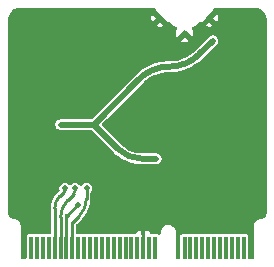
<source format=gbr>
%TF.GenerationSoftware,KiCad,Pcbnew,9.0.0*%
%TF.CreationDate,2025-05-23T15:56:35+04:00*%
%TF.ProjectId,02_01_sensor_IMU_LSM6DSO32,30325f30-315f-4736-956e-736f725f494d,rev?*%
%TF.SameCoordinates,Original*%
%TF.FileFunction,Copper,L2,Bot*%
%TF.FilePolarity,Positive*%
%FSLAX46Y46*%
G04 Gerber Fmt 4.6, Leading zero omitted, Abs format (unit mm)*
G04 Created by KiCad (PCBNEW 9.0.0) date 2025-05-23 15:56:35*
%MOMM*%
%LPD*%
G01*
G04 APERTURE LIST*
%TA.AperFunction,SMDPad,CuDef*%
%ADD10R,0.350000X1.950000*%
%TD*%
%TA.AperFunction,ComponentPad*%
%ADD11C,0.454000*%
%TD*%
%TA.AperFunction,ViaPad*%
%ADD12C,0.500000*%
%TD*%
%TA.AperFunction,ViaPad*%
%ADD13C,0.700000*%
%TD*%
%TA.AperFunction,Conductor*%
%ADD14C,0.250000*%
%TD*%
%TA.AperFunction,Conductor*%
%ADD15C,0.500000*%
%TD*%
G04 APERTURE END LIST*
D10*
%TO.P,J1,2,3.3V*%
%TO.N,+3V3*%
X157501100Y-112750000D03*
%TO.P,J1,4,3.3V_EN*%
%TO.N,/3.3V_EN*%
X157001100Y-112750000D03*
%TO.P,J1,6,~{RESET}*%
%TO.N,+5V*%
X156501100Y-112750000D03*
%TO.P,J1,8,G11*%
%TO.N,/G11-SWO*%
X156001100Y-112750000D03*
%TO.P,J1,10,D0*%
%TO.N,/D0*%
X155501100Y-112750000D03*
%TO.P,J1,12,I2C_SDA*%
%TO.N,LSM6DSO32TR_SDA*%
X155001100Y-112750000D03*
%TO.P,J1,14,I2C_SCL*%
%TO.N,LSM6DSO32TR_SCL*%
X154501100Y-112750000D03*
%TO.P,J1,16,I2C_~{INT}*%
%TO.N,/I2C_~{INT}*%
X154001100Y-112750000D03*
%TO.P,J1,18,D1/CAM_TRIG*%
%TO.N,/D1-CAM_TRIG*%
X153501100Y-112750000D03*
%TO.P,J1,20,RX2*%
%TO.N,/UART_RX2*%
X153001100Y-112750000D03*
%TO.P,J1,22,TX2*%
%TO.N,/UART_TX2*%
X152501100Y-112750000D03*
%TO.P,J1,32,PWM0*%
%TO.N,/PWM0*%
X150001100Y-112750000D03*
%TO.P,J1,34,A0*%
%TO.N,/A0*%
X149501100Y-112750000D03*
%TO.P,J1,36,GND*%
%TO.N,GND*%
X149001100Y-112750000D03*
%TO.P,J1,38,A1*%
%TO.N,/A1*%
X148501100Y-112750000D03*
%TO.P,J1,40,G0/BUS0*%
%TO.N,/G0*%
X148001100Y-112750000D03*
%TO.P,J1,42,G1/BUS1*%
%TO.N,LSM6DSO32TR_pwr_cyc*%
X147501100Y-112750000D03*
%TO.P,J1,44,G2/BUS2*%
%TO.N,LSM6DSO32TR_INT1*%
X147001100Y-112750000D03*
%TO.P,J1,46,G3/BUS3*%
%TO.N,LSM6DSO32TR_INT2*%
X146501100Y-112750000D03*
%TO.P,J1,48,G4/BUS4*%
%TO.N,/G4*%
X146001100Y-112750000D03*
%TO.P,J1,50,AUD_BCLK*%
%TO.N,/AUD_BCLK*%
X145501100Y-112750000D03*
%TO.P,J1,52,AUD_LRCLK*%
%TO.N,/AUD_LRCLK*%
X145001100Y-112750000D03*
%TO.P,J1,54,AUD_IN/CAM_PCLK*%
%TO.N,/AUD_IN-CAM_PCLK*%
X144501100Y-112750000D03*
%TO.P,J1,56,AUD_OUT/CAM_MCLK*%
%TO.N,/AUD_OUT-CAM_MCLK*%
X144001100Y-112750000D03*
%TO.P,J1,58,AUD_MCLK*%
%TO.N,/AUD_MCLK*%
X143501100Y-112750000D03*
%TO.P,J1,60,SPI_SCK1/SDIO_CLK*%
%TO.N,LSM6DSO32TR_MOSI*%
X143001100Y-112750000D03*
%TO.P,J1,62,SPI_SDO1/SDIO_CMD*%
%TO.N,LSM6DSO32TR_MISO*%
X142501100Y-112750000D03*
%TO.P,J1,64,SPI_SDI1/SDIO_DATA0*%
%TO.N,LSM6DSO32TR_SCK*%
X142001100Y-112750000D03*
%TO.P,J1,66,SDIO_DATA1*%
%TO.N,LSM6DSO32TR_CS*%
X141501100Y-112750000D03*
%TO.P,J1,68,SDIO_DATA2*%
%TO.N,/SDIO_DATA2*%
X141001100Y-112750000D03*
%TO.P,J1,70,SPI_~{CS1}/SDIO_DATA3*%
%TO.N,/SDIO_DATA3-~{SPI_CS1}*%
X140501100Y-112750000D03*
%TO.P,J1,72,RTC_3V*%
%TO.N,/RTC_3V_BATT*%
X140001100Y-112750000D03*
%TO.P,J1,74,3.3V*%
%TO.N,+3V3*%
X139501100Y-112750000D03*
D11*
%TO.P,J1,GND1,GND*%
%TO.N,GND*%
X150401100Y-93275000D03*
%TO.P,J1,GND2,GND*%
X152501100Y-94575000D03*
%TO.P,J1,GND3,GND*%
X154601100Y-93275000D03*
%TD*%
D12*
%TO.N,LSM6DSO32TR_CS*%
X142357310Y-107693413D03*
D13*
%TO.N,GND*%
X149900000Y-99700000D03*
X147800000Y-110400000D03*
X146800000Y-110400000D03*
X151900000Y-101700000D03*
X157000000Y-100700000D03*
X149900000Y-100700000D03*
X149900000Y-101700000D03*
X148800000Y-108400000D03*
X150900000Y-101700000D03*
X147800000Y-109400000D03*
X157000000Y-99700000D03*
X156000000Y-99700000D03*
X148800000Y-110400000D03*
X157000000Y-101700000D03*
X148800000Y-109400000D03*
X156000000Y-100700000D03*
X150900000Y-100700000D03*
X155000000Y-99700000D03*
D12*
%TO.N,+3V3*%
X154900000Y-95200000D03*
X144800000Y-102300000D03*
X150100000Y-105200000D03*
X142000000Y-102300000D03*
%TO.N,LSM6DSO32TR_MISO*%
X143439604Y-109125707D03*
%TO.N,LSM6DSO32TR_SCK*%
X143232672Y-107704877D03*
%TO.N,LSM6DSO32TR_MOSI*%
X144200000Y-107700000D03*
%TD*%
D14*
%TO.N,LSM6DSO32TR_CS*%
X142357310Y-107693413D02*
X142360603Y-107696706D01*
X142363897Y-107818051D02*
X142363897Y-107704657D01*
X141932498Y-108367501D02*
X142280421Y-108019577D01*
X141501100Y-109408989D02*
X141501100Y-112750000D01*
X142363897Y-107818051D02*
G75*
G02*
X142280395Y-108019551I-284997J51D01*
G01*
X142363897Y-107704657D02*
G75*
G03*
X142360593Y-107696716I-11297J-43D01*
G01*
X141501100Y-109408989D02*
G75*
G02*
X141932501Y-108367504I1472900J-11D01*
G01*
D15*
%TO.N,+3V3*%
X144800000Y-102300000D02*
X146851471Y-104351471D01*
X150100000Y-105200000D02*
X148900000Y-105200000D01*
X144800000Y-102300000D02*
X142000000Y-102300000D01*
X154900000Y-95200000D02*
X153761660Y-96338339D01*
X144800000Y-102300000D02*
X148640339Y-98459660D01*
X151201000Y-97399000D02*
G75*
G03*
X153761656Y-96338335I0J3621300D01*
G01*
X146851471Y-104351471D02*
G75*
G03*
X148900000Y-105199987I2048529J2048571D01*
G01*
X151201000Y-97399000D02*
G75*
G03*
X148640344Y-98459665I0J-3621300D01*
G01*
D14*
%TO.N,LSM6DSO32TR_MISO*%
X142504024Y-110009873D02*
X142506949Y-110006949D01*
X142501100Y-110016933D02*
X142501100Y-112750000D01*
X143413897Y-109125707D02*
X143439604Y-109125707D01*
X142504024Y-110009872D02*
X143370012Y-109143884D01*
X142504024Y-110009872D02*
X142504024Y-110009873D01*
X142501100Y-110016933D02*
G75*
G02*
X142504004Y-110009854I10000J33D01*
G01*
X143413897Y-109125707D02*
G75*
G03*
X143370008Y-109143880I3J-62093D01*
G01*
X142501100Y-110016933D02*
G75*
G02*
X142504005Y-110009853I10000J33D01*
G01*
%TO.N,LSM6DSO32TR_SCK*%
X143232672Y-107704877D02*
X143232672Y-107886102D01*
X142001100Y-110169752D02*
X142001100Y-112750000D01*
X142616885Y-108683113D02*
X143104526Y-108195473D01*
X143104526Y-108195473D02*
G75*
G03*
X143232657Y-107886102I-309426J309373D01*
G01*
X142616885Y-108683113D02*
G75*
G03*
X142001058Y-110169752I1486615J-1486687D01*
G01*
%TO.N,LSM6DSO32TR_MOSI*%
X144200000Y-107700000D02*
X144200000Y-108584197D01*
X143600550Y-110031398D02*
X143058537Y-110573411D01*
X143058537Y-110573411D02*
X143115974Y-110515974D01*
X143001100Y-110712076D02*
X143001100Y-112750000D01*
X144200000Y-108584197D02*
G75*
G02*
X143600561Y-110031409I-2046700J-3D01*
G01*
X143001100Y-110712076D02*
G75*
G02*
X143058549Y-110573423I196100J-24D01*
G01*
X143001100Y-110712076D02*
G75*
G02*
X143058549Y-110573423I196100J-24D01*
G01*
X143058537Y-110573411D02*
X143058537Y-110573411D01*
%TD*%
%TA.AperFunction,Conductor*%
%TO.N,GND*%
G36*
X150029082Y-92435802D02*
G01*
X150074837Y-92488606D01*
X150084781Y-92557764D01*
X150083660Y-92564308D01*
X150071677Y-92624550D01*
X150561613Y-93114487D01*
X151051547Y-93604420D01*
X151100758Y-93594632D01*
X151170349Y-93600859D01*
X151218662Y-93635046D01*
X151224697Y-93642011D01*
X151419344Y-93810673D01*
X151419350Y-93810677D01*
X151635996Y-93949907D01*
X151636019Y-93949920D01*
X151816383Y-94032289D01*
X151869187Y-94078043D01*
X151888872Y-94145083D01*
X151869188Y-94212122D01*
X151867975Y-94213973D01*
X151856840Y-94230637D01*
X151802038Y-94362941D01*
X151802036Y-94362949D01*
X151774100Y-94503392D01*
X151774100Y-94646607D01*
X151802035Y-94787050D01*
X151802038Y-94787059D01*
X151850650Y-94904420D01*
X152252905Y-94502167D01*
X152314228Y-94468682D01*
X152383920Y-94473666D01*
X152428267Y-94502167D01*
X152430389Y-94504289D01*
X152416324Y-94518355D01*
X152401100Y-94555109D01*
X152401100Y-94594891D01*
X152416324Y-94631645D01*
X152444455Y-94659776D01*
X152481209Y-94675000D01*
X152520991Y-94675000D01*
X152557745Y-94659776D01*
X152585876Y-94631645D01*
X152601100Y-94594891D01*
X152601100Y-94555109D01*
X152585876Y-94518355D01*
X152571810Y-94504289D01*
X152573932Y-94502168D01*
X152635255Y-94468683D01*
X152704947Y-94473667D01*
X152749294Y-94502168D01*
X153151547Y-94904421D01*
X153200161Y-94787058D01*
X153200163Y-94787050D01*
X153228099Y-94646607D01*
X153228100Y-94646604D01*
X153228100Y-94503396D01*
X153228099Y-94503392D01*
X153200163Y-94362949D01*
X153200161Y-94362941D01*
X153145359Y-94230637D01*
X153134225Y-94213973D01*
X153113348Y-94147296D01*
X153131833Y-94079916D01*
X153183812Y-94033226D01*
X153185817Y-94032289D01*
X153366180Y-93949920D01*
X153366184Y-93949917D01*
X153366192Y-93949914D01*
X153404264Y-93925447D01*
X154271677Y-93925447D01*
X154389041Y-93974061D01*
X154389049Y-93974063D01*
X154529492Y-94001999D01*
X154529496Y-94002000D01*
X154672704Y-94002000D01*
X154672707Y-94001999D01*
X154813150Y-93974063D01*
X154813158Y-93974061D01*
X154930521Y-93925447D01*
X154601101Y-93596026D01*
X154601100Y-93596026D01*
X154271677Y-93925447D01*
X153404264Y-93925447D01*
X153582856Y-93810673D01*
X153777498Y-93642015D01*
X153783534Y-93635049D01*
X153842307Y-93597274D01*
X153901440Y-93594632D01*
X153950651Y-93604421D01*
X154299964Y-93255109D01*
X154501100Y-93255109D01*
X154501100Y-93294891D01*
X154516324Y-93331645D01*
X154544455Y-93359776D01*
X154581209Y-93375000D01*
X154620991Y-93375000D01*
X154657745Y-93359776D01*
X154685876Y-93331645D01*
X154701100Y-93294891D01*
X154701100Y-93274999D01*
X154922126Y-93274999D01*
X154922126Y-93275000D01*
X155251547Y-93604421D01*
X155300161Y-93487058D01*
X155300163Y-93487050D01*
X155328099Y-93346607D01*
X155328100Y-93346604D01*
X155328100Y-93203396D01*
X155328099Y-93203392D01*
X155300163Y-93062949D01*
X155300161Y-93062941D01*
X155251547Y-92945577D01*
X154922126Y-93274999D01*
X154701100Y-93274999D01*
X154701100Y-93255109D01*
X154685876Y-93218355D01*
X154657745Y-93190224D01*
X154620991Y-93175000D01*
X154581209Y-93175000D01*
X154544455Y-93190224D01*
X154516324Y-93218355D01*
X154501100Y-93255109D01*
X154299964Y-93255109D01*
X154419117Y-93135957D01*
X154440587Y-93114487D01*
X154930521Y-92624550D01*
X154918538Y-92564309D01*
X154924765Y-92494717D01*
X154967628Y-92439540D01*
X155033517Y-92416295D01*
X155040155Y-92416117D01*
X158493234Y-92416117D01*
X158506716Y-92416852D01*
X158537216Y-92420187D01*
X158653104Y-92432863D01*
X158673654Y-92436890D01*
X158811775Y-92476317D01*
X158831349Y-92483743D01*
X158960838Y-92545843D01*
X158960865Y-92545856D01*
X158978917Y-92556475D01*
X159067068Y-92618914D01*
X159096114Y-92639488D01*
X159096133Y-92639501D01*
X159112142Y-92653009D01*
X159213701Y-92754570D01*
X159227208Y-92770578D01*
X159310233Y-92887796D01*
X159320852Y-92905850D01*
X159382957Y-93035356D01*
X159390387Y-93054939D01*
X159429813Y-93193063D01*
X159433840Y-93213617D01*
X159449865Y-93360146D01*
X159450600Y-93373627D01*
X159450600Y-109755872D01*
X159449451Y-109772714D01*
X159435814Y-109872185D01*
X159429333Y-109898169D01*
X159396341Y-109987818D01*
X159384432Y-110011804D01*
X159379611Y-110019341D01*
X159332964Y-110092274D01*
X159316183Y-110113144D01*
X159248633Y-110180692D01*
X159227763Y-110197471D01*
X159147286Y-110248941D01*
X159123298Y-110260850D01*
X159033656Y-110293836D01*
X159007671Y-110300317D01*
X158906155Y-110314230D01*
X158892791Y-110315329D01*
X158872130Y-110315907D01*
X158864324Y-110317542D01*
X158838078Y-110319407D01*
X158838072Y-110319408D01*
X158723484Y-110352555D01*
X158618415Y-110409056D01*
X158618407Y-110409062D01*
X158527573Y-110486380D01*
X158455019Y-110581074D01*
X158455018Y-110581076D01*
X158403992Y-110688904D01*
X158388678Y-110754259D01*
X158376775Y-110805053D01*
X158376007Y-110844291D01*
X158375600Y-110844699D01*
X158375600Y-110865177D01*
X158375590Y-110865687D01*
X158375579Y-110866282D01*
X158375579Y-110866318D01*
X158375020Y-110896650D01*
X158375600Y-110900539D01*
X158375600Y-113576000D01*
X158355915Y-113643039D01*
X158303111Y-113688794D01*
X158251600Y-113700000D01*
X158000600Y-113700000D01*
X157933561Y-113680315D01*
X157887806Y-113627511D01*
X157876600Y-113576000D01*
X157876600Y-111755249D01*
X157876599Y-111755247D01*
X157864968Y-111696770D01*
X157864967Y-111696769D01*
X157820652Y-111630447D01*
X157754330Y-111586132D01*
X157754329Y-111586131D01*
X157695852Y-111574500D01*
X157695848Y-111574500D01*
X157306352Y-111574500D01*
X157306351Y-111574500D01*
X157275288Y-111580678D01*
X157226912Y-111580678D01*
X157195849Y-111574500D01*
X157195848Y-111574500D01*
X156806352Y-111574500D01*
X156806351Y-111574500D01*
X156775288Y-111580678D01*
X156726912Y-111580678D01*
X156695849Y-111574500D01*
X156695848Y-111574500D01*
X156306352Y-111574500D01*
X156306351Y-111574500D01*
X156275288Y-111580678D01*
X156226912Y-111580678D01*
X156195849Y-111574500D01*
X156195848Y-111574500D01*
X155806352Y-111574500D01*
X155806351Y-111574500D01*
X155775288Y-111580678D01*
X155726912Y-111580678D01*
X155695849Y-111574500D01*
X155695848Y-111574500D01*
X155306352Y-111574500D01*
X155306351Y-111574500D01*
X155275288Y-111580678D01*
X155226912Y-111580678D01*
X155195849Y-111574500D01*
X155195848Y-111574500D01*
X154806352Y-111574500D01*
X154806351Y-111574500D01*
X154775288Y-111580678D01*
X154726912Y-111580678D01*
X154695849Y-111574500D01*
X154695848Y-111574500D01*
X154306352Y-111574500D01*
X154306351Y-111574500D01*
X154275288Y-111580678D01*
X154226912Y-111580678D01*
X154195849Y-111574500D01*
X154195848Y-111574500D01*
X153806352Y-111574500D01*
X153806351Y-111574500D01*
X153775288Y-111580678D01*
X153726912Y-111580678D01*
X153695849Y-111574500D01*
X153695848Y-111574500D01*
X153306352Y-111574500D01*
X153306351Y-111574500D01*
X153275288Y-111580678D01*
X153226912Y-111580678D01*
X153195849Y-111574500D01*
X153195848Y-111574500D01*
X152806352Y-111574500D01*
X152806351Y-111574500D01*
X152775288Y-111580678D01*
X152726912Y-111580678D01*
X152695849Y-111574500D01*
X152695848Y-111574500D01*
X152306352Y-111574500D01*
X152306347Y-111574500D01*
X152247870Y-111586131D01*
X152247869Y-111586132D01*
X152181547Y-111630447D01*
X152137232Y-111696769D01*
X152137231Y-111696770D01*
X152125600Y-111755247D01*
X152125600Y-113576000D01*
X152123049Y-113584685D01*
X152124338Y-113593647D01*
X152113359Y-113617687D01*
X152105915Y-113643039D01*
X152099074Y-113648966D01*
X152095313Y-113657203D01*
X152073078Y-113671492D01*
X152053111Y-113688794D01*
X152042596Y-113691081D01*
X152036535Y-113694977D01*
X152001600Y-113700000D01*
X151900600Y-113700000D01*
X151833561Y-113680315D01*
X151787806Y-113627511D01*
X151776600Y-113576000D01*
X151776600Y-111392323D01*
X151776599Y-111392319D01*
X151743981Y-111249411D01*
X151680379Y-111117340D01*
X151667532Y-111101231D01*
X151654618Y-111085037D01*
X151588983Y-111002734D01*
X151523346Y-110950390D01*
X151474379Y-110911339D01*
X151474376Y-110911337D01*
X151342309Y-110847737D01*
X151342307Y-110847736D01*
X151342306Y-110847736D01*
X151297254Y-110837453D01*
X151199397Y-110815117D01*
X151199394Y-110815117D01*
X151052806Y-110815117D01*
X151052802Y-110815117D01*
X150909890Y-110847737D01*
X150777823Y-110911337D01*
X150777820Y-110911339D01*
X150663217Y-111002734D01*
X150571822Y-111117337D01*
X150571820Y-111117340D01*
X150508220Y-111249407D01*
X150475600Y-111392319D01*
X150475600Y-111501992D01*
X150455915Y-111569031D01*
X150403111Y-111614786D01*
X150333953Y-111624730D01*
X150282710Y-111605095D01*
X150265080Y-111593315D01*
X150254331Y-111586133D01*
X150254330Y-111586132D01*
X150254329Y-111586132D01*
X150254329Y-111586131D01*
X150195852Y-111574500D01*
X150195848Y-111574500D01*
X149806352Y-111574500D01*
X149806351Y-111574500D01*
X149775288Y-111580678D01*
X149767053Y-111580683D01*
X149762330Y-111582550D01*
X149727549Y-111580711D01*
X149727084Y-111580712D01*
X149726378Y-111580572D01*
X149695848Y-111574500D01*
X149695617Y-111574500D01*
X149689493Y-111573291D01*
X149663592Y-111559790D01*
X149636509Y-111548835D01*
X149630266Y-111542418D01*
X149627535Y-111540995D01*
X149625619Y-111537643D01*
X149614243Y-111525950D01*
X149533290Y-111417812D01*
X149533287Y-111417809D01*
X149418193Y-111331649D01*
X149418186Y-111331645D01*
X149283479Y-111281403D01*
X149283472Y-111281401D01*
X149223944Y-111275000D01*
X149176100Y-111275000D01*
X149176100Y-111600986D01*
X149173549Y-111609671D01*
X149174838Y-111618633D01*
X149158065Y-111662404D01*
X149156415Y-111668025D01*
X149155661Y-111668677D01*
X149155202Y-111669877D01*
X149137233Y-111696769D01*
X149137231Y-111696773D01*
X149125600Y-111755247D01*
X149125600Y-112626000D01*
X149123049Y-112634685D01*
X149124338Y-112643647D01*
X149113359Y-112667687D01*
X149105915Y-112693039D01*
X149099074Y-112698966D01*
X149095313Y-112707203D01*
X149073078Y-112721492D01*
X149053111Y-112738794D01*
X149042596Y-112741081D01*
X149036535Y-112744977D01*
X149001600Y-112750000D01*
X149000600Y-112750000D01*
X148933561Y-112730315D01*
X148887806Y-112677511D01*
X148876600Y-112626000D01*
X148876600Y-111755249D01*
X148876599Y-111755247D01*
X148864968Y-111696773D01*
X148864967Y-111696772D01*
X148864967Y-111696769D01*
X148846997Y-111669876D01*
X148843960Y-111660176D01*
X148837306Y-111652497D01*
X148833697Y-111627397D01*
X148826120Y-111603199D01*
X148826100Y-111600986D01*
X148826100Y-111275000D01*
X148778255Y-111275000D01*
X148718727Y-111281401D01*
X148718720Y-111281403D01*
X148584013Y-111331645D01*
X148584006Y-111331649D01*
X148468912Y-111417809D01*
X148387956Y-111525951D01*
X148365880Y-111542475D01*
X148346007Y-111561597D01*
X148336583Y-111564406D01*
X148332022Y-111567821D01*
X148312706Y-111573291D01*
X148306582Y-111574500D01*
X148306352Y-111574500D01*
X148275824Y-111580572D01*
X148275116Y-111580712D01*
X148274742Y-111580678D01*
X148226912Y-111580678D01*
X148195849Y-111574500D01*
X148195848Y-111574500D01*
X147806352Y-111574500D01*
X147806351Y-111574500D01*
X147775288Y-111580678D01*
X147726912Y-111580678D01*
X147695849Y-111574500D01*
X147695848Y-111574500D01*
X147306352Y-111574500D01*
X147306351Y-111574500D01*
X147275288Y-111580678D01*
X147226912Y-111580678D01*
X147195849Y-111574500D01*
X147195848Y-111574500D01*
X146806352Y-111574500D01*
X146806351Y-111574500D01*
X146775288Y-111580678D01*
X146726912Y-111580678D01*
X146695849Y-111574500D01*
X146695848Y-111574500D01*
X146306352Y-111574500D01*
X146306351Y-111574500D01*
X146275288Y-111580678D01*
X146226912Y-111580678D01*
X146195849Y-111574500D01*
X146195848Y-111574500D01*
X145806352Y-111574500D01*
X145806351Y-111574500D01*
X145775288Y-111580678D01*
X145726912Y-111580678D01*
X145695849Y-111574500D01*
X145695848Y-111574500D01*
X145306352Y-111574500D01*
X145306351Y-111574500D01*
X145275288Y-111580678D01*
X145226912Y-111580678D01*
X145195849Y-111574500D01*
X145195848Y-111574500D01*
X144806352Y-111574500D01*
X144806351Y-111574500D01*
X144775288Y-111580678D01*
X144726912Y-111580678D01*
X144695849Y-111574500D01*
X144695848Y-111574500D01*
X144306352Y-111574500D01*
X144306351Y-111574500D01*
X144275288Y-111580678D01*
X144226912Y-111580678D01*
X144195849Y-111574500D01*
X144195848Y-111574500D01*
X143806352Y-111574500D01*
X143806351Y-111574500D01*
X143775288Y-111580678D01*
X143726912Y-111580678D01*
X143695849Y-111574500D01*
X143695848Y-111574500D01*
X143450600Y-111574500D01*
X143383561Y-111554815D01*
X143337806Y-111502011D01*
X143326600Y-111450500D01*
X143326600Y-110817037D01*
X143346285Y-110749998D01*
X143362919Y-110729356D01*
X143376439Y-110715836D01*
X143442967Y-110649308D01*
X143794261Y-110298013D01*
X143794264Y-110298012D01*
X143794400Y-110297875D01*
X143794453Y-110297846D01*
X143830729Y-110261569D01*
X143924926Y-110167368D01*
X144091042Y-109959059D01*
X144232790Y-109733461D01*
X144348389Y-109493411D01*
X144436385Y-109241927D01*
X144495670Y-108982173D01*
X144525501Y-108717414D01*
X144525500Y-108584197D01*
X144525500Y-108532642D01*
X144525500Y-108062964D01*
X144545185Y-107995925D01*
X144555548Y-107983064D01*
X144555542Y-107983059D01*
X144560481Y-107976620D01*
X144560489Y-107976613D01*
X144619799Y-107873886D01*
X144650500Y-107759309D01*
X144650500Y-107640691D01*
X144619799Y-107526114D01*
X144560489Y-107423387D01*
X144476613Y-107339511D01*
X144373886Y-107280201D01*
X144259309Y-107249500D01*
X144140691Y-107249500D01*
X144026114Y-107280201D01*
X144026112Y-107280201D01*
X144026112Y-107280202D01*
X143923387Y-107339511D01*
X143923384Y-107339513D01*
X143839513Y-107423384D01*
X143839509Y-107423390D01*
X143822314Y-107453172D01*
X143771746Y-107501387D01*
X143703139Y-107514608D01*
X143638275Y-107488639D01*
X143607542Y-107453171D01*
X143593165Y-107428270D01*
X143593162Y-107428267D01*
X143593161Y-107428264D01*
X143509285Y-107344388D01*
X143406558Y-107285078D01*
X143291981Y-107254377D01*
X143173363Y-107254377D01*
X143058786Y-107285078D01*
X143058784Y-107285078D01*
X143058784Y-107285079D01*
X142956059Y-107344388D01*
X142956056Y-107344390D01*
X142888404Y-107412043D01*
X142827081Y-107445528D01*
X142757389Y-107440544D01*
X142713042Y-107412043D01*
X142633925Y-107332926D01*
X142633923Y-107332924D01*
X142531196Y-107273614D01*
X142416619Y-107242913D01*
X142298001Y-107242913D01*
X142183424Y-107273614D01*
X142183422Y-107273614D01*
X142183422Y-107273615D01*
X142080697Y-107332924D01*
X142080694Y-107332926D01*
X141996823Y-107416797D01*
X141996821Y-107416800D01*
X141937511Y-107519527D01*
X141906810Y-107634104D01*
X141906810Y-107752722D01*
X141926348Y-107825641D01*
X141926063Y-107837640D01*
X141930258Y-107848887D01*
X141925247Y-107871923D01*
X141924686Y-107895490D01*
X141917587Y-107907136D01*
X141915407Y-107917160D01*
X141894256Y-107945415D01*
X141738789Y-108100884D01*
X141738786Y-108100885D01*
X141702334Y-108137338D01*
X141667266Y-108172406D01*
X141667219Y-108172458D01*
X141618983Y-108220695D01*
X141475476Y-108407717D01*
X141357609Y-108611869D01*
X141357608Y-108611870D01*
X141267389Y-108829675D01*
X141206372Y-109057390D01*
X141175600Y-109291114D01*
X141175600Y-111450500D01*
X141155915Y-111517539D01*
X141103111Y-111563294D01*
X141051600Y-111574500D01*
X140806351Y-111574500D01*
X140775288Y-111580678D01*
X140726912Y-111580678D01*
X140695849Y-111574500D01*
X140695848Y-111574500D01*
X140306352Y-111574500D01*
X140306351Y-111574500D01*
X140275288Y-111580678D01*
X140226912Y-111580678D01*
X140195849Y-111574500D01*
X140195848Y-111574500D01*
X139806352Y-111574500D01*
X139806351Y-111574500D01*
X139775288Y-111580678D01*
X139726912Y-111580678D01*
X139695849Y-111574500D01*
X139695848Y-111574500D01*
X139306352Y-111574500D01*
X139306347Y-111574500D01*
X139247870Y-111586131D01*
X139247869Y-111586132D01*
X139181547Y-111630447D01*
X139137232Y-111696769D01*
X139137231Y-111696770D01*
X139125600Y-111755247D01*
X139125600Y-113576000D01*
X139105915Y-113643039D01*
X139053111Y-113688794D01*
X139001600Y-113700000D01*
X138750600Y-113700000D01*
X138683561Y-113680315D01*
X138637806Y-113627511D01*
X138626600Y-113576000D01*
X138626600Y-110881241D01*
X138627044Y-110880593D01*
X138626600Y-110864897D01*
X138626600Y-110844699D01*
X138626600Y-110826203D01*
X138625358Y-110820392D01*
X138624921Y-110804774D01*
X138596979Y-110689222D01*
X138545670Y-110581983D01*
X138473227Y-110487723D01*
X138382803Y-110410546D01*
X138278333Y-110353810D01*
X138278331Y-110353809D01*
X138278326Y-110353807D01*
X138164368Y-110319986D01*
X138164370Y-110319986D01*
X138164365Y-110319985D01*
X138164363Y-110319984D01*
X138164360Y-110319984D01*
X138138070Y-110317895D01*
X138137667Y-110317863D01*
X138119954Y-110316397D01*
X138118915Y-110315596D01*
X138105852Y-110315230D01*
X138102491Y-110314952D01*
X138101888Y-110314719D01*
X138095880Y-110314225D01*
X137994523Y-110300333D01*
X137968538Y-110293853D01*
X137878887Y-110260863D01*
X137854901Y-110248955D01*
X137774423Y-110197486D01*
X137753555Y-110180709D01*
X137685997Y-110113152D01*
X137669222Y-110092288D01*
X137617751Y-110011812D01*
X137605842Y-109987826D01*
X137603102Y-109980381D01*
X137572847Y-109898169D01*
X137566367Y-109872187D01*
X137552749Y-109772844D01*
X137551600Y-109756003D01*
X137551600Y-102240691D01*
X141549500Y-102240691D01*
X141549500Y-102359309D01*
X141580201Y-102473886D01*
X141639511Y-102576613D01*
X141723387Y-102660489D01*
X141826114Y-102719799D01*
X141940691Y-102750500D01*
X144562035Y-102750500D01*
X144629074Y-102770185D01*
X144649716Y-102786819D01*
X146490982Y-104628085D01*
X146490984Y-104628088D01*
X146496601Y-104633704D01*
X146496622Y-104633744D01*
X146532914Y-104670035D01*
X146649202Y-104786321D01*
X146714018Y-104839513D01*
X146903452Y-104994975D01*
X146903459Y-104994980D01*
X147039261Y-105085718D01*
X147176934Y-105177707D01*
X147467008Y-105332752D01*
X147770882Y-105458619D01*
X148085629Y-105554095D01*
X148085635Y-105554096D01*
X148085638Y-105554097D01*
X148085649Y-105554100D01*
X148408219Y-105618262D01*
X148735545Y-105650500D01*
X148735548Y-105650500D01*
X150159306Y-105650500D01*
X150159309Y-105650500D01*
X150273886Y-105619799D01*
X150376613Y-105560489D01*
X150460489Y-105476613D01*
X150519799Y-105373886D01*
X150550500Y-105259309D01*
X150550500Y-105140691D01*
X150519799Y-105026114D01*
X150460489Y-104923387D01*
X150376613Y-104839511D01*
X150273886Y-104780201D01*
X150159309Y-104749500D01*
X150159306Y-104749500D01*
X148903480Y-104749500D01*
X148896528Y-104749305D01*
X148876641Y-104748188D01*
X148633023Y-104734507D01*
X148619205Y-104732950D01*
X148362452Y-104689326D01*
X148348896Y-104686232D01*
X148098636Y-104614135D01*
X148085511Y-104609542D01*
X147844907Y-104509882D01*
X147832385Y-104503852D01*
X147604443Y-104377875D01*
X147592670Y-104370477D01*
X147380267Y-104219772D01*
X147369395Y-104211102D01*
X147172764Y-104035385D01*
X147167709Y-104030606D01*
X145524783Y-102387680D01*
X145491298Y-102326357D01*
X145496282Y-102256665D01*
X145524783Y-102212318D01*
X145923920Y-101813181D01*
X148956741Y-98780360D01*
X148961118Y-98776193D01*
X149068230Y-98679111D01*
X149184941Y-98573331D01*
X149194347Y-98565612D01*
X149434497Y-98387503D01*
X149444602Y-98380750D01*
X149701066Y-98227030D01*
X149711787Y-98221301D01*
X149933131Y-98116612D01*
X149982081Y-98093460D01*
X149993298Y-98088813D01*
X150274839Y-97988075D01*
X150286447Y-97984554D01*
X150576495Y-97911901D01*
X150588426Y-97909527D01*
X150884180Y-97865655D01*
X150896284Y-97864463D01*
X151197743Y-97849653D01*
X151203827Y-97849505D01*
X151378781Y-97849505D01*
X151378781Y-97849504D01*
X151732986Y-97818516D01*
X152083144Y-97756773D01*
X152426588Y-97664747D01*
X152760704Y-97543138D01*
X153082950Y-97392871D01*
X153390874Y-97215091D01*
X153682130Y-97011149D01*
X153954504Y-96782599D01*
X154020833Y-96716267D01*
X154020835Y-96716267D01*
X154038273Y-96698829D01*
X154038274Y-96698829D01*
X155260489Y-95476614D01*
X155319799Y-95373887D01*
X155328025Y-95343186D01*
X155350500Y-95259309D01*
X155350500Y-95140691D01*
X155319799Y-95026114D01*
X155278214Y-94954087D01*
X155260489Y-94923386D01*
X155176614Y-94839511D01*
X155125250Y-94809856D01*
X155073888Y-94780201D01*
X155061780Y-94776957D01*
X155049673Y-94773713D01*
X155049670Y-94773712D01*
X155011478Y-94763478D01*
X154959309Y-94749500D01*
X154840691Y-94749500D01*
X154750325Y-94773713D01*
X154750324Y-94773712D01*
X154726116Y-94780199D01*
X154726113Y-94780200D01*
X154623386Y-94839511D01*
X154623383Y-94839513D01*
X153467604Y-95995291D01*
X153445261Y-96017634D01*
X153440854Y-96021831D01*
X153217058Y-96224669D01*
X153207651Y-96232388D01*
X152967508Y-96410492D01*
X152957390Y-96417253D01*
X152700943Y-96570962D01*
X152690211Y-96576699D01*
X152419922Y-96704537D01*
X152408680Y-96709193D01*
X152127181Y-96809916D01*
X152115535Y-96813449D01*
X151825504Y-96886097D01*
X151813570Y-96888471D01*
X151517822Y-96932342D01*
X151505712Y-96933535D01*
X151218292Y-96947655D01*
X151204256Y-96948345D01*
X151198173Y-96948494D01*
X151023216Y-96948494D01*
X150669011Y-96979483D01*
X150318861Y-97041225D01*
X150318854Y-97041226D01*
X150134802Y-97090543D01*
X149975412Y-97133252D01*
X149975409Y-97133253D01*
X149975408Y-97133253D01*
X149788778Y-97201181D01*
X149641295Y-97254861D01*
X149641291Y-97254862D01*
X149641285Y-97254865D01*
X149641277Y-97254868D01*
X149319058Y-97405123D01*
X149319042Y-97405131D01*
X149011131Y-97582905D01*
X148719862Y-97786854D01*
X148447510Y-98015386D01*
X148447486Y-98015408D01*
X148346283Y-98116612D01*
X144649716Y-101813181D01*
X144588393Y-101846666D01*
X144562035Y-101849500D01*
X141940691Y-101849500D01*
X141826114Y-101880201D01*
X141826112Y-101880201D01*
X141826112Y-101880202D01*
X141723387Y-101939511D01*
X141723384Y-101939513D01*
X141639513Y-102023384D01*
X141639511Y-102023387D01*
X141580201Y-102126114D01*
X141549500Y-102240691D01*
X137551600Y-102240691D01*
X137551600Y-95225447D01*
X152171677Y-95225447D01*
X152289041Y-95274061D01*
X152289049Y-95274063D01*
X152429492Y-95301999D01*
X152429496Y-95302000D01*
X152572704Y-95302000D01*
X152572707Y-95301999D01*
X152713150Y-95274063D01*
X152713158Y-95274061D01*
X152830521Y-95225447D01*
X152501101Y-94896026D01*
X152501100Y-94896026D01*
X152171677Y-95225447D01*
X137551600Y-95225447D01*
X137551600Y-93925447D01*
X150071677Y-93925447D01*
X150189041Y-93974061D01*
X150189049Y-93974063D01*
X150329492Y-94001999D01*
X150329496Y-94002000D01*
X150472704Y-94002000D01*
X150472707Y-94001999D01*
X150613150Y-93974063D01*
X150613158Y-93974061D01*
X150730521Y-93925447D01*
X150401101Y-93596026D01*
X150401100Y-93596026D01*
X150071677Y-93925447D01*
X137551600Y-93925447D01*
X137551600Y-93373470D01*
X137552335Y-93359989D01*
X137552358Y-93359776D01*
X137568343Y-93213611D01*
X137570346Y-93203392D01*
X149674100Y-93203392D01*
X149674100Y-93346607D01*
X149702035Y-93487050D01*
X149702038Y-93487059D01*
X149750650Y-93604420D01*
X150080073Y-93275000D01*
X150060182Y-93255109D01*
X150301100Y-93255109D01*
X150301100Y-93294891D01*
X150316324Y-93331645D01*
X150344455Y-93359776D01*
X150381209Y-93375000D01*
X150420991Y-93375000D01*
X150457745Y-93359776D01*
X150485876Y-93331645D01*
X150501100Y-93294891D01*
X150501100Y-93255109D01*
X150485876Y-93218355D01*
X150457745Y-93190224D01*
X150420991Y-93175000D01*
X150381209Y-93175000D01*
X150344455Y-93190224D01*
X150316324Y-93218355D01*
X150301100Y-93255109D01*
X150060182Y-93255109D01*
X149750651Y-92945578D01*
X149702036Y-93062949D01*
X149702035Y-93062949D01*
X149674100Y-93203392D01*
X137570346Y-93203392D01*
X137572370Y-93193061D01*
X137580873Y-93163271D01*
X137600572Y-93094257D01*
X137611797Y-93054931D01*
X137619223Y-93035356D01*
X137681335Y-92905836D01*
X137691953Y-92887786D01*
X137774980Y-92770565D01*
X137788478Y-92754566D01*
X137890053Y-92652989D01*
X137906048Y-92639493D01*
X138023275Y-92556459D01*
X138041318Y-92545845D01*
X138170846Y-92483726D01*
X138190415Y-92476302D01*
X138328541Y-92436873D01*
X138349091Y-92432846D01*
X138495327Y-92416851D01*
X138508809Y-92416117D01*
X149962043Y-92416117D01*
X150029082Y-92435802D01*
G37*
%TD.AperFunction*%
%TD*%
M02*

</source>
